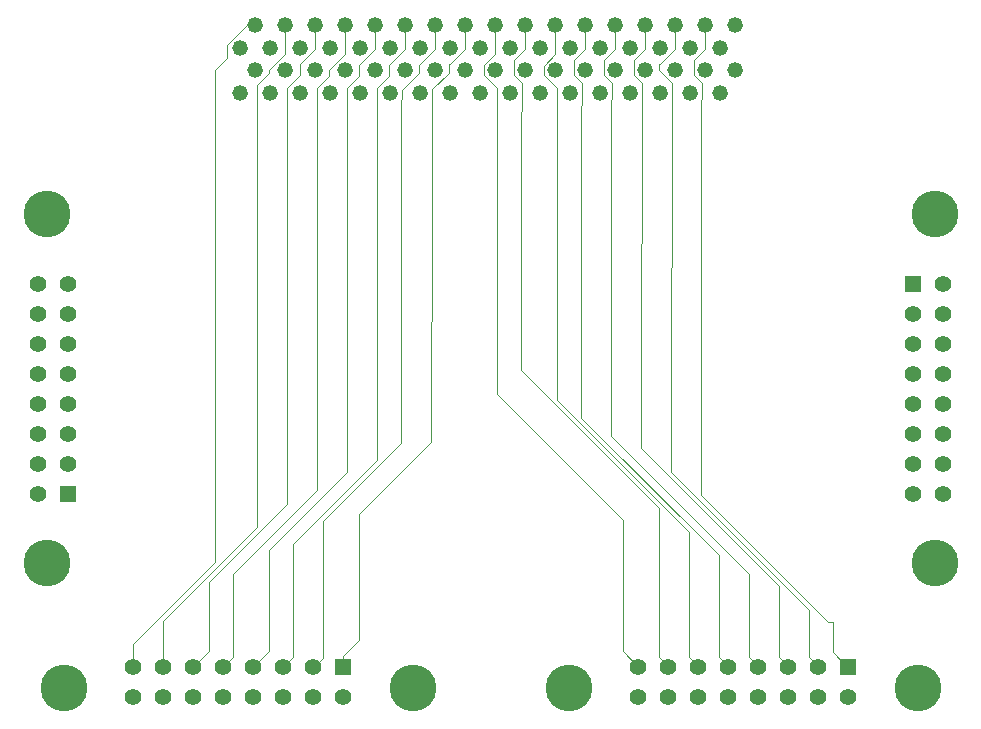
<source format=gbr>
%TF.GenerationSoftware,KiCad,Pcbnew,7.0.5-0*%
%TF.CreationDate,2023-07-18T13:45:42-04:00*%
%TF.ProjectId,quad_sipm,71756164-5f73-4697-906d-2e6b69636164,rev?*%
%TF.SameCoordinates,Original*%
%TF.FileFunction,Copper,L3,Inr*%
%TF.FilePolarity,Positive*%
%FSLAX46Y46*%
G04 Gerber Fmt 4.6, Leading zero omitted, Abs format (unit mm)*
G04 Created by KiCad (PCBNEW 7.0.5-0) date 2023-07-18 13:45:42*
%MOMM*%
%LPD*%
G01*
G04 APERTURE LIST*
%TA.AperFunction,ComponentPad*%
%ADD10R,1.397000X1.397000*%
%TD*%
%TA.AperFunction,ComponentPad*%
%ADD11C,1.397000*%
%TD*%
%TA.AperFunction,ComponentPad*%
%ADD12C,3.962400*%
%TD*%
%TA.AperFunction,ComponentPad*%
%ADD13C,1.320800*%
%TD*%
%TA.AperFunction,Conductor*%
%ADD14C,0.068580*%
%TD*%
G04 APERTURE END LIST*
D10*
%TO.N,/31-*%
%TO.C,U3*%
X130352800Y-116052600D03*
D11*
%TO.N,/31+*%
X130352800Y-118592600D03*
%TO.N,/30-*%
X127812800Y-116052600D03*
%TO.N,/30+*%
X127812800Y-118592600D03*
%TO.N,/29-*%
X125272800Y-116052600D03*
%TO.N,/29+*%
X125272800Y-118592600D03*
%TO.N,/28-*%
X122732800Y-116052600D03*
%TO.N,/28+*%
X122732800Y-118592600D03*
%TO.N,/27-*%
X120192800Y-116052600D03*
%TO.N,/27+*%
X120192800Y-118592600D03*
%TO.N,/26-*%
X117652800Y-116052600D03*
%TO.N,/26+*%
X117652800Y-118592600D03*
%TO.N,/25-*%
X115112800Y-116052600D03*
%TO.N,/25+*%
X115112800Y-118592600D03*
%TO.N,/24-*%
X112572800Y-116052600D03*
%TO.N,/24+*%
X112572800Y-118592600D03*
D12*
%TO.N,N/C*%
X136245600Y-117856000D03*
X106680000Y-117856000D03*
%TD*%
D10*
%TO.N,/15-*%
%TO.C,U4*%
X135864600Y-83616800D03*
D11*
%TO.N,/15+*%
X138404600Y-83616800D03*
%TO.N,/14-*%
X135864600Y-86156800D03*
%TO.N,/14+*%
X138404600Y-86156800D03*
%TO.N,/13-*%
X135864600Y-88696800D03*
%TO.N,/13+*%
X138404600Y-88696800D03*
%TO.N,/12-*%
X135864600Y-91236800D03*
%TO.N,/12+*%
X138404600Y-91236800D03*
%TO.N,/11-*%
X135864600Y-93776800D03*
%TO.N,/11+*%
X138404600Y-93776800D03*
%TO.N,/10-*%
X135864600Y-96316800D03*
%TO.N,/10+*%
X138404600Y-96316800D03*
%TO.N,/9-*%
X135864600Y-98856800D03*
%TO.N,/9+*%
X138404600Y-98856800D03*
%TO.N,/8-*%
X135864600Y-101396800D03*
%TO.N,/8+*%
X138404600Y-101396800D03*
D12*
%TO.N,N/C*%
X137668000Y-77724000D03*
X137668000Y-107289600D03*
%TD*%
%TO.N,N/C*%
%TO.C,U2*%
X63906400Y-117856000D03*
X93472000Y-117856000D03*
D11*
%TO.N,/16+*%
X69799200Y-118592600D03*
%TO.N,/16-*%
X69799200Y-116052600D03*
%TO.N,/17+*%
X72339200Y-118592600D03*
%TO.N,/17-*%
X72339200Y-116052600D03*
%TO.N,/18+*%
X74879200Y-118592600D03*
%TO.N,/18-*%
X74879200Y-116052600D03*
%TO.N,/19+*%
X77419200Y-118592600D03*
%TO.N,/19-*%
X77419200Y-116052600D03*
%TO.N,/20+*%
X79959200Y-118592600D03*
%TO.N,/20-*%
X79959200Y-116052600D03*
%TO.N,/21+*%
X82499200Y-118592600D03*
%TO.N,/21-*%
X82499200Y-116052600D03*
%TO.N,/22+*%
X85039200Y-118592600D03*
%TO.N,/22-*%
X85039200Y-116052600D03*
%TO.N,/23+*%
X87579200Y-118592600D03*
D10*
%TO.N,/23-*%
X87579200Y-116052600D03*
%TD*%
%TO.N,/7-*%
%TO.C,U1*%
X64287400Y-101396800D03*
D11*
%TO.N,/7+*%
X61747400Y-101396800D03*
%TO.N,/6-*%
X64287400Y-98856800D03*
%TO.N,/6+*%
X61747400Y-98856800D03*
%TO.N,/5-*%
X64287400Y-96316800D03*
%TO.N,/5+*%
X61747400Y-96316800D03*
%TO.N,/4-*%
X64287400Y-93776800D03*
%TO.N,/4+*%
X61747400Y-93776800D03*
%TO.N,/3-*%
X64287400Y-91236800D03*
%TO.N,/3+*%
X61747400Y-91236800D03*
%TO.N,/2-*%
X64287400Y-88696800D03*
%TO.N,/2+*%
X61747400Y-88696800D03*
%TO.N,/1-*%
X64287400Y-86156800D03*
%TO.N,/1+*%
X61747400Y-86156800D03*
%TO.N,/0-*%
X64287400Y-83616800D03*
%TO.N,/0+*%
X61747400Y-83616800D03*
D12*
%TO.N,N/C*%
X62484000Y-107289600D03*
X62484000Y-77724000D03*
%TD*%
D13*
%TO.N,/0+*%
%TO.C,J1*%
X78867000Y-67437000D03*
%TO.N,/16+*%
X78867000Y-63627000D03*
%TO.N,/0-*%
X80137000Y-65532000D03*
%TO.N,/16-*%
X80137000Y-61722000D03*
%TO.N,/1+*%
X81407000Y-67437000D03*
%TO.N,/17+*%
X81407000Y-63627000D03*
%TO.N,/1-*%
X82677000Y-65532000D03*
%TO.N,/17-*%
X82677000Y-61722000D03*
%TO.N,/2+*%
X83947000Y-67437000D03*
%TO.N,/18+*%
X83947000Y-63627000D03*
%TO.N,/2-*%
X85217000Y-65532000D03*
%TO.N,/18-*%
X85217000Y-61722000D03*
%TO.N,/3+*%
X86487000Y-67437000D03*
%TO.N,/19+*%
X86487000Y-63627000D03*
%TO.N,/3-*%
X87757000Y-65532000D03*
%TO.N,/19-*%
X87757000Y-61722000D03*
%TO.N,/4+*%
X89027000Y-67437000D03*
%TO.N,/20+*%
X89027000Y-63627000D03*
%TO.N,/4-*%
X90297000Y-65532000D03*
%TO.N,/20-*%
X90297000Y-61722000D03*
%TO.N,/5+*%
X91567000Y-67437000D03*
%TO.N,/21+*%
X91567000Y-63627000D03*
%TO.N,/5-*%
X92837000Y-65532000D03*
%TO.N,/21-*%
X92837000Y-61722000D03*
%TO.N,/6+*%
X94107000Y-67437000D03*
%TO.N,/22+*%
X94107000Y-63627000D03*
%TO.N,/6-*%
X95377000Y-65532000D03*
%TO.N,/22-*%
X95377000Y-61722000D03*
%TO.N,/7+*%
X96647000Y-67437000D03*
%TO.N,/23+*%
X96647000Y-63627000D03*
%TO.N,/7-*%
X97917000Y-65532000D03*
%TO.N,/23-*%
X97917000Y-61722000D03*
%TO.N,/8+*%
X99187000Y-67437000D03*
%TO.N,/24+*%
X99187000Y-63627000D03*
%TO.N,/8-*%
X100457000Y-65532000D03*
%TO.N,/24-*%
X100457000Y-61722000D03*
%TO.N,/9+*%
X101727000Y-67437000D03*
%TO.N,/25+*%
X101727000Y-63627000D03*
%TO.N,/9-*%
X102997000Y-65532000D03*
%TO.N,/25-*%
X102997000Y-61722000D03*
%TO.N,/10+*%
X104267000Y-67437000D03*
%TO.N,/26+*%
X104267000Y-63627000D03*
%TO.N,/10-*%
X105537000Y-65532000D03*
%TO.N,/26-*%
X105537000Y-61722000D03*
%TO.N,/11+*%
X106807000Y-67437000D03*
%TO.N,/27+*%
X106807000Y-63627000D03*
%TO.N,/11-*%
X108077000Y-65532000D03*
%TO.N,/27-*%
X108077000Y-61722000D03*
%TO.N,/12+*%
X109347000Y-67437000D03*
%TO.N,/28+*%
X109347000Y-63627000D03*
%TO.N,/12-*%
X110617000Y-65532000D03*
%TO.N,/28-*%
X110617000Y-61722000D03*
%TO.N,/13+*%
X111887000Y-67437000D03*
%TO.N,/29+*%
X111887000Y-63627000D03*
%TO.N,/13-*%
X113157000Y-65532000D03*
%TO.N,/29-*%
X113157000Y-61722000D03*
%TO.N,/14+*%
X114427000Y-67437000D03*
%TO.N,/30+*%
X114427000Y-63627000D03*
%TO.N,/14-*%
X115697000Y-65532000D03*
%TO.N,/30-*%
X115697000Y-61722000D03*
%TO.N,/15+*%
X116967000Y-67437000D03*
%TO.N,/31+*%
X116967000Y-63627000D03*
%TO.N,/15-*%
X118237000Y-65532000D03*
%TO.N,/31-*%
X118237000Y-61722000D03*
%TO.N,unconnected-(J1-Pad65)*%
X119507000Y-67437000D03*
%TO.N,unconnected-(J1-Pad66)*%
X119507000Y-63627000D03*
%TO.N,unconnected-(J1-Pad67)*%
X120777000Y-65532000D03*
%TO.N,unconnected-(J1-Pad68)*%
X120777000Y-61722000D03*
%TD*%
D14*
%TO.N,/31-*%
X130352800Y-116052600D02*
X130276600Y-116052600D01*
X130276600Y-116052600D02*
X129032000Y-114808000D01*
X129032000Y-114808000D02*
X129032000Y-112268000D01*
X129032000Y-112268000D02*
X128639372Y-112268000D01*
X128639372Y-112268000D02*
X117856000Y-101484628D01*
X117856000Y-101484628D02*
X117856000Y-68072000D01*
X117856000Y-68072000D02*
X117927400Y-68000600D01*
X117927400Y-68000600D02*
X117927400Y-66580611D01*
X117927400Y-66580611D02*
X117276600Y-65929811D01*
X117276600Y-65929811D02*
X117276600Y-64675611D01*
X118237000Y-63715211D02*
X118237000Y-61722000D01*
X117276600Y-64675611D02*
X118237000Y-63715211D01*
%TO.N,/30-*%
X127812800Y-116052600D02*
X127000000Y-115239800D01*
X127000000Y-115239800D02*
X127000000Y-111252000D01*
X127000000Y-111252000D02*
X124968000Y-109220000D01*
X124968000Y-109220000D02*
X124968000Y-109162314D01*
X124968000Y-109162314D02*
X115316000Y-99510314D01*
X115387400Y-66619400D02*
X114300000Y-65532000D01*
X115316000Y-99510314D02*
X115316000Y-82296000D01*
X115316000Y-82296000D02*
X115387400Y-82224600D01*
X115387400Y-82224600D02*
X115387400Y-66619400D01*
X114388211Y-65024000D02*
X115697000Y-63715211D01*
X114300000Y-65532000D02*
X114300000Y-65024000D01*
X114300000Y-65024000D02*
X114388211Y-65024000D01*
X115697000Y-63715211D02*
X115697000Y-61722000D01*
%TO.N,/29-*%
X125272800Y-116052600D02*
X124460000Y-115239800D01*
X112776000Y-97536000D02*
X112776000Y-80264000D01*
X124460000Y-115239800D02*
X124460000Y-109220000D01*
X124460000Y-109220000D02*
X112776000Y-97536000D01*
X112776000Y-80264000D02*
X112847400Y-80192600D01*
X112847400Y-80192600D02*
X112847400Y-66619400D01*
X112847400Y-66619400D02*
X112196600Y-65968600D01*
X112196600Y-65968600D02*
X112196600Y-64675611D01*
X112196600Y-64675611D02*
X113157000Y-63715211D01*
X113157000Y-63715211D02*
X113157000Y-61722000D01*
%TO.N,/28-*%
X122732800Y-116052600D02*
X121920000Y-115239800D01*
X121920000Y-115239800D02*
X121920000Y-108204000D01*
X121920000Y-108204000D02*
X110236000Y-96520000D01*
X110236000Y-96520000D02*
X110236000Y-68072000D01*
X110236000Y-68072000D02*
X110307400Y-68000600D01*
X110307400Y-68000600D02*
X110307400Y-66619400D01*
X110307400Y-66619400D02*
X109656600Y-65968600D01*
X109656600Y-65968600D02*
X109656600Y-64675611D01*
X109656600Y-64675611D02*
X110617000Y-63715211D01*
X110617000Y-63715211D02*
X110617000Y-61722000D01*
%TO.N,/27-*%
X120192800Y-116052600D02*
X119380000Y-115239800D01*
X107116600Y-65968600D02*
X107116600Y-64675611D01*
X119380000Y-115239800D02*
X119380000Y-106564628D01*
X119380000Y-106564628D02*
X107753686Y-94938314D01*
X107753686Y-94938314D02*
X107753686Y-68637686D01*
X107753686Y-68637686D02*
X107696000Y-68580000D01*
X107767400Y-66619400D02*
X107116600Y-65968600D01*
X107696000Y-68580000D02*
X107767400Y-68508600D01*
X107767400Y-68508600D02*
X107767400Y-66619400D01*
X107116600Y-64675611D02*
X108077000Y-63715211D01*
X108077000Y-63715211D02*
X108077000Y-61722000D01*
%TO.N,/26-*%
X117652800Y-116052600D02*
X116840000Y-115239800D01*
X116840000Y-115239800D02*
X116840000Y-104590314D01*
X104576600Y-65929811D02*
X104576600Y-65134189D01*
X116840000Y-104590314D02*
X105664000Y-93414314D01*
X105664000Y-93414314D02*
X105664000Y-67017211D01*
X105664000Y-67017211D02*
X104576600Y-65929811D01*
X104576600Y-65134189D02*
X105537000Y-64173789D01*
X105537000Y-64173789D02*
X105537000Y-61722000D01*
%TO.N,/25-*%
X115112800Y-116052600D02*
X114300000Y-115239800D01*
X114300000Y-115239800D02*
X114300000Y-102616000D01*
X102036600Y-65968600D02*
X102036600Y-64675611D01*
X114300000Y-102616000D02*
X102616000Y-90932000D01*
X102616000Y-69088000D02*
X102687400Y-69016600D01*
X102036600Y-64675611D02*
X102997000Y-63715211D01*
X102616000Y-90932000D02*
X102616000Y-69088000D01*
X102687400Y-66619400D02*
X102036600Y-65968600D01*
X102687400Y-69016600D02*
X102687400Y-66619400D01*
X102997000Y-63715211D02*
X102997000Y-61722000D01*
%TO.N,/24-*%
X112572800Y-116052600D02*
X111252000Y-114731800D01*
X100584000Y-92964000D02*
X100584000Y-67056000D01*
X100584000Y-67056000D02*
X99496600Y-65968600D01*
X100457000Y-64135000D02*
X100457000Y-61722000D01*
X111252000Y-114731800D02*
X111252000Y-103632000D01*
X111252000Y-103632000D02*
X100584000Y-92964000D01*
X99496600Y-65095400D02*
X100457000Y-64135000D01*
X99496600Y-65968600D02*
X99496600Y-65095400D01*
%TO.N,/23-*%
X87579200Y-116052600D02*
X87579200Y-115112800D01*
X88900000Y-103124000D02*
X94996000Y-97028000D01*
X87579200Y-115112800D02*
X88900000Y-113792000D01*
X88900000Y-113792000D02*
X88900000Y-103124000D01*
X95067400Y-67127400D02*
X95139811Y-67127400D01*
X94996000Y-86868000D02*
X95067400Y-86796600D01*
X95139811Y-67127400D02*
X96520000Y-65747211D01*
X95067400Y-86796600D02*
X95067400Y-67127400D01*
X96520000Y-65747211D02*
X96520000Y-65024000D01*
X94996000Y-97028000D02*
X94996000Y-86868000D01*
X96520000Y-65024000D02*
X96608211Y-65024000D01*
X96608211Y-65024000D02*
X97917000Y-63715211D01*
X97917000Y-63715211D02*
X97917000Y-61722000D01*
%TO.N,/22-*%
X85039200Y-116052600D02*
X85115400Y-116052600D01*
X85115400Y-116052600D02*
X85852000Y-115316000D01*
X92527400Y-67199811D02*
X93980000Y-65747211D01*
X85852000Y-115316000D02*
X85852000Y-103689686D01*
X93980000Y-65747211D02*
X93980000Y-65112211D01*
X92456000Y-97085686D02*
X92456000Y-68072000D01*
X85852000Y-103689686D02*
X92456000Y-97085686D01*
X93980000Y-65112211D02*
X95377000Y-63715211D01*
X92456000Y-68072000D02*
X92527400Y-68000600D01*
X92527400Y-68000600D02*
X92527400Y-67199811D01*
X95377000Y-63715211D02*
X95377000Y-61722000D01*
%TO.N,/21-*%
X82499200Y-116052600D02*
X83312000Y-115239800D01*
X91440000Y-65112211D02*
X92837000Y-63715211D01*
X83312000Y-115239800D02*
X83312000Y-105664000D01*
X90424000Y-67056000D02*
X91440000Y-66040000D01*
X83312000Y-105664000D02*
X90424000Y-98552000D01*
X92837000Y-63715211D02*
X92837000Y-61722000D01*
X90424000Y-98552000D02*
X90424000Y-67056000D01*
X91440000Y-66040000D02*
X91440000Y-65112211D01*
%TO.N,/20-*%
X79959200Y-116052600D02*
X81280000Y-114731800D01*
X88900000Y-66040000D02*
X88900000Y-65112211D01*
X81280000Y-114731800D02*
X81280000Y-106172000D01*
X81280000Y-106172000D02*
X87884000Y-99568000D01*
X87884000Y-99568000D02*
X87884000Y-67056000D01*
X87884000Y-67056000D02*
X88900000Y-66040000D01*
X90297000Y-63715211D02*
X90297000Y-61722000D01*
X88900000Y-65112211D02*
X90297000Y-63715211D01*
%TO.N,/19-*%
X87757000Y-61722000D02*
X87757000Y-64135000D01*
X87757000Y-64135000D02*
X86360000Y-65532000D01*
X77419200Y-116052600D02*
X78232000Y-115239800D01*
X78232000Y-115239800D02*
X78232000Y-108204000D01*
X78232000Y-108204000D02*
X85344000Y-101092000D01*
X85344000Y-67056000D02*
X86360000Y-66040000D01*
X85344000Y-101092000D02*
X85344000Y-67056000D01*
X86360000Y-66040000D02*
X86360000Y-65532000D01*
%TO.N,/18-*%
X85217000Y-61722000D02*
X85217000Y-63715211D01*
X85217000Y-63715211D02*
X83908211Y-65024000D01*
X83908211Y-65024000D02*
X83908211Y-65951789D01*
X83908211Y-65951789D02*
X82804000Y-67056000D01*
X82804000Y-67056000D02*
X82804000Y-102223372D01*
X82804000Y-102223372D02*
X76200000Y-108827372D01*
X76200000Y-108827372D02*
X76200000Y-114731800D01*
X76200000Y-114731800D02*
X74879200Y-116052600D01*
%TO.N,/17-*%
X72339200Y-116052600D02*
X72339200Y-112122486D01*
X72339200Y-112122486D02*
X80264000Y-104197686D01*
X80264000Y-104197686D02*
X80264000Y-66763211D01*
X80264000Y-66763211D02*
X81280000Y-65747211D01*
X81280000Y-65747211D02*
X81280000Y-65532000D01*
X81280000Y-65532000D02*
X82677000Y-64135000D01*
X82677000Y-64135000D02*
X82677000Y-61722000D01*
%TO.N,/16-*%
X69799200Y-116052600D02*
X69799200Y-114096800D01*
X69799200Y-114096800D02*
X76708000Y-107188000D01*
X76708000Y-107188000D02*
X76708000Y-65532000D01*
X76708000Y-65532000D02*
X77724000Y-64516000D01*
X77724000Y-64516000D02*
X77724000Y-63411789D01*
X77724000Y-63411789D02*
X79413789Y-61722000D01*
X79413789Y-61722000D02*
X80137000Y-61722000D01*
%TD*%
M02*

</source>
